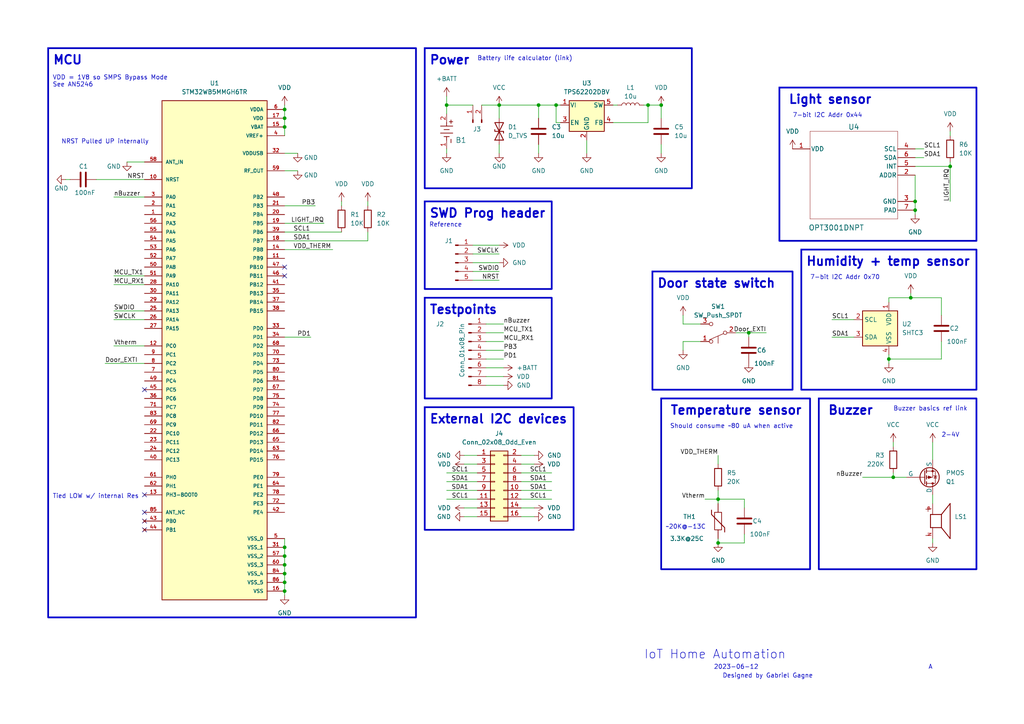
<source format=kicad_sch>
(kicad_sch (version 20230121) (generator eeschema)
  (paper "A4")
  (lib_symbols
    (symbol "AI-1223-TWT-3V-2-R:AI-1223-TWT-3V-2-R" (pin_names (offset 1.016))
      (property "Reference" "LS" (at -1.27 6.35 0))
      (property "Value" "AI-1223-TWT-3V-2-R" (at -1.27 -8.255 0))
      (symbol "AI-1223-TWT-3V-2-R_0_0"
        (text "+" (at -5.08 2.54 0) (effects (font (size 1.778 1.778)) (justify left bottom)))
        (text "-" (at -5.08 -5.08 0) (effects (font (size 1.778 1.778)) (justify left bottom)))
        (pin passive line (at -2.54 -5.08 90) (length 2.54) (name "~") (number "N"))
        (pin passive line (at -2.54 5.08 270) (length 2.54) (name "~") (number "P"))
      )
    )
    (symbol "BU2032SM-JJ-GTR:BU2032SM-JJ-GTR" (pin_names (offset 0.254))
      (property "Reference" "B" (at 4.826 3.81 0))
      (property "Value" "BU2032SM-JJ-GTR" (at 4.826 -3.81 0))
      (symbol "BU2032SM-JJ-GTR_0_1"
        (pin unspecified line (at 10.16 0 180) (length 2.54) (name "") (number "1"))
        (pin unspecified line (at 0 0 0) (length 2.54) (name "") (number "2"))
      )
    )
    (symbol "Connector:Conn_01x02_Pin" (pin_names (offset 1.016) hide)
      (property "Reference" "J" (at 0 2.54 0))
      (property "Value" "Conn_01x02_Pin" (at 0 -5.08 0))
      (symbol "Conn_01x02_Pin_1_1"
        (pin passive line (at 5.08 0 180) (length 3.81) (name "Pin_1") (number "1"))
        (pin passive line (at 5.08 -2.54 180) (length 3.81) (name "Pin_2") (number "2"))
      )
    )
    (symbol "Connector:Conn_01x05_Pin" (pin_names (offset 1.016) hide)
      (property "Reference" "J" (at 0 7.62 0))
      (property "Value" "Conn_01x05_Pin" (at 0 -7.62 0))
      (symbol "Conn_01x05_Pin_1_1"
        (pin passive line (at 5.08 5.08 180) (length 3.81) (name "Pin_1") (number "1"))
        (pin passive line (at 5.08 2.54 180) (length 3.81) (name "Pin_2") (number "2"))
        (pin passive line (at 5.08 0 180) (length 3.81) (name "Pin_3") (number "3"))
        (pin passive line (at 5.08 -2.54 180) (length 3.81) (name "Pin_4") (number "4"))
        (pin passive line (at 5.08 -5.08 180) (length 3.81) (name "Pin_5") (number "5"))
      )
    )
    (symbol "Connector:Conn_01x08_Pin" (pin_names (offset 1.016) hide)
      (property "Reference" "J" (at 0 10.16 0))
      (property "Value" "Conn_01x08_Pin" (at 0 -12.7 0))
      (symbol "Conn_01x08_Pin_1_1"
        (pin passive line (at 5.08 7.62 180) (length 3.81) (name "Pin_1") (number "1"))
        (pin passive line (at 5.08 5.08 180) (length 3.81) (name "Pin_2") (number "2"))
        (pin passive line (at 5.08 2.54 180) (length 3.81) (name "Pin_3") (number "3"))
        (pin passive line (at 5.08 0 180) (length 3.81) (name "Pin_4") (number "4"))
        (pin passive line (at 5.08 -2.54 180) (length 3.81) (name "Pin_5") (number "5"))
        (pin passive line (at 5.08 -5.08 180) (length 3.81) (name "Pin_6") (number "6"))
        (pin passive line (at 5.08 -7.62 180) (length 3.81) (name "Pin_7") (number "7"))
        (pin passive line (at 5.08 -10.16 180) (length 3.81) (name "Pin_8") (number "8"))
      )
    )
    (symbol "Connector_Generic:Conn_02x08_Odd_Even" (pin_names (offset 1.016) hide)
      (property "Reference" "J" (at 1.27 10.16 0))
      (property "Value" "Conn_02x08_Odd_Even" (at 1.27 -12.7 0))
      (symbol "Conn_02x08_Odd_Even_1_1"
        (pin passive line (at -5.08 7.62 0) (length 3.81) (name "Pin_1") (number "1"))
        (pin passive line (at 7.62 -2.54 180) (length 3.81) (name "Pin_10") (number "10"))
        (pin passive line (at -5.08 -5.08 0) (length 3.81) (name "Pin_11") (number "11"))
        (pin passive line (at 7.62 -5.08 180) (length 3.81) (name "Pin_12") (number "12"))
        (pin passive line (at -5.08 -7.62 0) (length 3.81) (name "Pin_13") (number "13"))
        (pin passive line (at 7.62 -7.62 180) (length 3.81) (name "Pin_14") (number "14"))
        (pin passive line (at -5.08 -10.16 0) (length 3.81) (name "Pin_15") (number "15"))
        (pin passive line (at 7.62 -10.16 180) (length 3.81) (name "Pin_16") (number "16"))
        (pin passive line (at 7.62 7.62 180) (length 3.81) (name "Pin_2") (number "2"))
        (pin passive line (at -5.08 5.08 0) (length 3.81) (name "Pin_3") (number "3"))
        (pin passive line (at 7.62 5.08 180) (length 3.81) (name "Pin_4") (number "4"))
        (pin passive line (at -5.08 2.54 0) (length 3.81) (name "Pin_5") (number "5"))
        (pin passive line (at 7.62 2.54 180) (length 3.81) (name "Pin_6") (number "6"))
        (pin passive line (at -5.08 0 0) (length 3.81) (name "Pin_7") (number "7"))
        (pin passive line (at 7.62 0 180) (length 3.81) (name "Pin_8") (number "8"))
        (pin passive line (at -5.08 -2.54 0) (length 3.81) (name "Pin_9") (number "9"))
      )
    )
    (symbol "Device:C" (pin_numbers hide) (pin_names (offset 0.254))
      (property "Reference" "C" (at 0.635 2.54 0))
      (property "Value" "C" (at 0.635 -2.54 0))
      (symbol "C_1_1"
        (pin passive line (at 0 3.81 270) (length 2.794) (name "~") (number "1"))
        (pin passive line (at 0 -3.81 90) (length 2.794) (name "~") (number "2"))
      )
    )
    (symbol "Device:D_TVS" (pin_numbers hide) (pin_names (offset 1.016) hide)
      (property "Reference" "D" (at 0 2.54 0))
      (property "Value" "D_TVS" (at 0 -2.54 0))
      (symbol "D_TVS_1_1"
        (pin passive line (at -3.81 0 0) (length 2.54) (name "A1") (number "1"))
        (pin passive line (at 3.81 0 180) (length 2.54) (name "A2") (number "2"))
      )
    )
    (symbol "Device:L" (pin_numbers hide) (pin_names (offset 1.016) hide)
      (property "Reference" "L" (at -1.27 0 90))
      (property "Value" "L" (at 1.905 0 90))
      (symbol "L_1_1"
        (pin passive line (at 0 3.81 270) (length 1.27) (name "1") (number "1"))
        (pin passive line (at 0 -3.81 90) (length 1.27) (name "2") (number "2"))
      )
    )
    (symbol "Device:R" (pin_numbers hide) (pin_names (offset 0))
      (property "Reference" "R" (at 2.032 0 90))
      (property "Value" "R" (at 0 0 90))
      (symbol "R_1_1"
        (pin passive line (at 0 3.81 270) (length 1.27) (name "~") (number "1"))
        (pin passive line (at 0 -3.81 90) (length 1.27) (name "~") (number "2"))
      )
    )
    (symbol "Device:Thermistor" (pin_numbers hide) (pin_names (offset 0))
      (property "Reference" "TH" (at 2.54 1.27 90))
      (property "Value" "Thermistor" (at -2.54 0 90))
      (symbol "Thermistor_1_1"
        (pin passive line (at 0 5.08 270) (length 2.54) (name "~") (number "1"))
        (pin passive line (at 0 -5.08 90) (length 2.54) (name "~") (number "2"))
      )
    )
    (symbol "OPT3001:OPT3001DNPT" (pin_names (offset 0.254))
      (property "Reference" "U" (at 0 2.54 0))
      (property "Value" "OPT3001DNPT" (at 0 0 0))
      (symbol "OPT3001DNPT_0_1"
        (pin power_in line (at -17.78 7.62 0) (length 5.08) (name "VDD") (number "1"))
        (pin input line (at 17.78 0 180) (length 5.08) (name "ADDR") (number "2"))
        (pin power_in line (at 17.78 -7.62 180) (length 5.08) (name "GND") (number "3"))
        (pin input line (at 17.78 7.62 180) (length 5.08) (name "SCL") (number "4"))
        (pin output line (at 17.78 2.54 180) (length 5.08) (name "INT") (number "5"))
        (pin input line (at 17.78 5.08 180) (length 5.08) (name "SDA") (number "6"))
        (pin unspecified line (at 17.78 -10.16 180) (length 5.08) (name "PAD") (number "7"))
      )
    )
    (symbol "Regulator_Switching:TPS62202DBV" (pin_names (offset 0.254))
      (property "Reference" "U" (at -5.08 7.62 0))
      (property "Value" "TPS62202DBV" (at 0 7.62 0))
      (symbol "TPS62202DBV_1_1"
        (pin power_in line (at -7.62 5.08 0) (length 2.54) (name "VI") (number "1"))
        (pin power_in line (at 0 -5.08 90) (length 2.54) (name "GND") (number "2"))
        (pin input line (at -7.62 0 0) (length 2.54) (name "EN") (number "3"))
        (pin input line (at 7.62 0 180) (length 2.54) (name "FB") (number "4"))
        (pin output line (at 7.62 5.08 180) (length 2.54) (name "SW") (number "5"))
      )
    )
    (symbol "STM32WB5MMGH6TR:STM32WB5MMGH6TR" (pin_names (offset 1.016))
      (property "Reference" "U" (at -15.24 71.628 0))
      (property "Value" "STM32WB5MMGH6TR" (at -15.24 -76.2 0))
      (symbol "STM32WB5MMGH6TR_0_0"
        (pin bidirectional line (at -20.32 38.1 0) (length 5.08) (name "PA2") (number "1"))
        (pin input line (at -20.32 48.26 0) (length 5.08) (name "NRST") (number "10"))
        (pin bidirectional line (at 20.32 25.4 180) (length 5.08) (name "PB9") (number "11"))
        (pin bidirectional line (at -20.32 0 0) (length 5.08) (name "PC0") (number "12"))
        (pin bidirectional line (at -20.32 -43.18 0) (length 5.08) (name "PH3-BOOT0") (number "13"))
        (pin bidirectional line (at 20.32 27.94 180) (length 5.08) (name "PB8") (number "14"))
        (pin power_in line (at 20.32 63.5 180) (length 5.08) (name "VBAT") (number "15"))
        (pin power_in line (at 20.32 -71.12 180) (length 5.08) (name "VSS") (number "16"))
        (pin power_in line (at 20.32 66.04 180) (length 5.08) (name "VDD") (number "17"))
        (pin bidirectional line (at 20.32 30.48 180) (length 5.08) (name "PB7") (number "18"))
        (pin bidirectional line (at 20.32 35.56 180) (length 5.08) (name "PB5") (number "19"))
        (pin bidirectional line (at -20.32 40.64 0) (length 5.08) (name "PA1") (number "2"))
        (pin bidirectional line (at 20.32 38.1 180) (length 5.08) (name "PB4") (number "20"))
        (pin bidirectional line (at 20.32 40.64 180) (length 5.08) (name "PB3") (number "21"))
        (pin bidirectional line (at -20.32 -25.4 0) (length 5.08) (name "PC10") (number "22"))
        (pin bidirectional line (at -20.32 -27.94 0) (length 5.08) (name "PC11") (number "23"))
        (pin bidirectional line (at -20.32 -30.48 0) (length 5.08) (name "PC12") (number "24"))
        (pin bidirectional line (at -20.32 10.16 0) (length 5.08) (name "PA13") (number "25"))
        (pin bidirectional line (at -20.32 7.62 0) (length 5.08) (name "PA14") (number "26"))
        (pin bidirectional line (at -20.32 5.08 0) (length 5.08) (name "PA15") (number "27"))
        (pin bidirectional line (at -20.32 17.78 0) (length 5.08) (name "PA10") (number "28"))
        (pin bidirectional line (at -20.32 12.7 0) (length 5.08) (name "PA12") (number "29"))
        (pin bidirectional line (at -20.32 43.18 0) (length 5.08) (name "PA0") (number "3"))
        (pin bidirectional line (at -20.32 15.24 0) (length 5.08) (name "PA11") (number "30"))
        (pin power_in line (at 20.32 -58.42 180) (length 5.08) (name "VSS_1") (number "31"))
        (pin power_in line (at 20.32 55.88 180) (length 5.08) (name "VDDUSB") (number "32"))
        (pin bidirectional line (at 20.32 5.08 180) (length 5.08) (name "PD0") (number "33"))
        (pin bidirectional line (at 20.32 2.54 180) (length 5.08) (name "PD1") (number "34"))
        (pin bidirectional line (at 20.32 15.24 180) (length 5.08) (name "PB13") (number "35"))
        (pin bidirectional line (at -20.32 -15.24 0) (length 5.08) (name "PC6") (number "36"))
        (pin bidirectional line (at 20.32 12.7 180) (length 5.08) (name "PB14") (number "37"))
        (pin bidirectional line (at 20.32 10.16 180) (length 5.08) (name "PB15") (number "38"))
        (pin bidirectional line (at 20.32 33.02 180) (length 5.08) (name "PB6") (number "39"))
        (pin power_in line (at 20.32 60.96 180) (length 5.08) (name "VREF+") (number "4"))
        (pin bidirectional line (at -20.32 -33.02 0) (length 5.08) (name "PC13") (number "40"))
        (pin bidirectional line (at 20.32 17.78 180) (length 5.08) (name "PB12") (number "41"))
        (pin bidirectional line (at 20.32 -48.26 180) (length 5.08) (name "PE4") (number "42"))
        (pin no_connect line (at -20.32 -50.8 0) (length 5.08) (name "PB0") (number "43"))
        (pin no_connect line (at -20.32 -53.34 0) (length 5.08) (name "PB1") (number "44"))
        (pin bidirectional line (at -20.32 -12.7 0) (length 5.08) (name "PC5") (number "45"))
        (pin bidirectional line (at 20.32 20.32 180) (length 5.08) (name "PB11") (number "46"))
        (pin bidirectional line (at 20.32 22.86 180) (length 5.08) (name "PB10") (number "47"))
        (pin bidirectional line (at 20.32 43.18 180) (length 5.08) (name "PB2") (number "48"))
        (pin bidirectional line (at -20.32 -10.16 0) (length 5.08) (name "PC4") (number "49"))
        (pin power_in line (at 20.32 -55.88 180) (length 5.08) (name "VSS_0") (number "5"))
        (pin bidirectional line (at -20.32 22.86 0) (length 5.08) (name "PA8") (number "50"))
        (pin bidirectional line (at -20.32 20.32 0) (length 5.08) (name "PA9") (number "51"))
        (pin bidirectional line (at -20.32 25.4 0) (length 5.08) (name "PA7") (number "52"))
        (pin bidirectional line (at -20.32 27.94 0) (length 5.08) (name "PA6") (number "53"))
        (pin bidirectional line (at -20.32 30.48 0) (length 5.08) (name "PA5") (number "54"))
        (pin bidirectional line (at -20.32 33.02 0) (length 5.08) (name "PA4") (number "55"))
        (pin bidirectional line (at -20.32 35.56 0) (length 5.08) (name "PA3") (number "56"))
        (pin power_in line (at 20.32 -60.96 180) (length 5.08) (name "VSS_2") (number "57"))
        (pin input line (at -20.32 53.34 0) (length 5.08) (name "ANT_IN") (number "58"))
        (pin output line (at 20.32 50.8 180) (length 5.08) (name "RF_OUT") (number "59"))
        (pin power_in line (at 20.32 68.58 180) (length 5.08) (name "VDDA") (number "6"))
        (pin power_in line (at 20.32 -63.5 180) (length 5.08) (name "VSS_3") (number "60"))
        (pin bidirectional line (at -20.32 -38.1 0) (length 5.08) (name "PH0") (number "61"))
        (pin bidirectional line (at -20.32 -40.64 0) (length 5.08) (name "PH1") (number "62"))
        (pin bidirectional line (at 20.32 -30.48 180) (length 5.08) (name "PD14") (number "63"))
        (pin bidirectional line (at 20.32 -40.64 180) (length 5.08) (name "PE1") (number "64"))
        (pin bidirectional line (at 20.32 -27.94 180) (length 5.08) (name "PD13") (number "65"))
        (pin bidirectional line (at 20.32 -25.4 180) (length 5.08) (name "PD12") (number "66"))
        (pin bidirectional line (at 20.32 -12.7 180) (length 5.08) (name "PD7") (number "67"))
        (pin bidirectional line (at 20.32 0 180) (length 5.08) (name "PD2") (number "68"))
        (pin bidirectional line (at -20.32 -22.86 0) (length 5.08) (name "PC9") (number "69"))
        (pin bidirectional line (at -20.32 -7.62 0) (length 5.08) (name "PC3") (number "7"))
        (pin bidirectional line (at 20.32 -2.54 180) (length 5.08) (name "PD3") (number "70"))
        (pin bidirectional line (at -20.32 -17.78 0) (length 5.08) (name "PC7") (number "71"))
        (pin bidirectional line (at 20.32 -45.72 180) (length 5.08) (name "PE3") (number "72"))
        (pin bidirectional line (at 20.32 -5.08 180) (length 5.08) (name "PD4") (number "73"))
        (pin bidirectional line (at 20.32 -17.78 180) (length 5.08) (name "PD9") (number "74"))
        (pin bidirectional line (at 20.32 -15.24 180) (length 5.08) (name "PD8") (number "75"))
        (pin bidirectional line (at 20.32 -33.02 180) (length 5.08) (name "PD15") (number "76"))
        (pin bidirectional line (at 20.32 -20.32 180) (length 5.08) (name "PD10") (number "77"))
        (pin bidirectional line (at 20.32 -43.18 180) (length 5.08) (name "PE2") (number "78"))
        (pin bidirectional line (at 20.32 -38.1 180) (length 5.08) (name "PE0") (number "79"))
        (pin bidirectional line (at -20.32 -5.08 0) (length 5.08) (name "PC2") (number "8"))
        (pin bidirectional line (at 20.32 -7.62 180) (length 5.08) (name "PD5") (number "80"))
        (pin bidirectional line (at 20.32 -10.16 180) (length 5.08) (name "PD6") (number "81"))
        (pin bidirectional line (at 20.32 -22.86 180) (length 5.08) (name "PD11") (number "82"))
        (pin bidirectional line (at -20.32 -20.32 0) (length 5.08) (name "PC8") (number "83"))
        (pin power_in line (at 20.32 -66.04 180) (length 5.08) (name "VSS_4") (number "84"))
        (pin passive line (at -20.32 -48.26 0) (length 5.08) (name "ANT_NC") (number "85"))
        (pin power_in line (at 20.32 -68.58 180) (length 5.08) (name "VSS_5") (number "86"))
        (pin bidirectional line (at -20.32 -2.54 0) (length 5.08) (name "PC1") (number "9"))
      )
    )
    (symbol "Sensor_Humidity:SHTC3"
      (property "Reference" "U" (at -3.81 6.35 0))
      (property "Value" "SHTC3" (at -2.54 -6.35 0))
      (symbol "SHTC3_1_1"
        (pin power_in line (at 2.54 7.62 270) (length 2.54) (name "VDD") (number "1"))
        (pin input line (at -7.62 2.54 0) (length 2.54) (name "SCL") (number "2"))
        (pin bidirectional line (at -7.62 -2.54 0) (length 2.54) (name "SDA") (number "3"))
        (pin power_in line (at 2.54 -7.62 90) (length 2.54) (name "VSS") (number "4"))
        (pin no_connect line (at 5.08 0 180) (length 2.54) hide (name "NC") (number "5"))
      )
    )
    (symbol "Simulation_SPICE:PMOS" (pin_numbers hide) (pin_names (offset 0))
      (property "Reference" "Q" (at 5.08 1.27 0))
      (property "Value" "PMOS" (at 5.08 -1.27 0))
      (symbol "PMOS_1_1"
        (pin passive line (at 2.54 5.08 270) (length 2.54) (name "D") (number "1"))
        (pin input line (at -5.08 0 0) (length 2.54) (name "G") (number "2"))
        (pin passive line (at 2.54 -5.08 90) (length 2.54) (name "S") (number "3"))
      )
    )
    (symbol "Switch:SW_Push_SPDT" (pin_names (offset 0) hide)
      (property "Reference" "SW" (at 0 4.318 0))
      (property "Value" "SW_Push_SPDT" (at 0 -5.08 0))
      (symbol "SW_Push_SPDT_1_1"
        (pin passive line (at 5.08 2.54 180) (length 2.54) (name "A") (number "1"))
        (pin passive line (at -5.08 0 0) (length 2.54) (name "B") (number "2"))
        (pin passive line (at 5.08 -2.54 180) (length 2.54) (name "C") (number "3"))
      )
    )
    (symbol "power:+BATT" (power) (pin_names (offset 0))
      (property "Value" "+BATT" (at 0 3.556 0))
      (symbol "+BATT_1_1"
        (pin power_in line (at 0 0 90) (length 0) hide (name "+BATT") (number "1"))
      )
    )
    (symbol "power:GND" (power) (pin_names (offset 0))
      (property "Value" "GND" (at 0 -3.81 0))
      (symbol "GND_1_1"
        (pin power_in line (at 0 0 270) (length 0) hide (name "GND") (number "1"))
      )
    )
    (symbol "power:VCC" (power) (pin_names (offset 0))
      (property "Value" "VCC" (at 0 3.81 0))
      (symbol "VCC_1_1"
        (pin power_in line (at 0 0 90) (length 0) hide (name "VCC") (number "1"))
      )
    )
    (symbol "power:VDD" (power) (pin_names (offset 0))
      (property "Value" "VDD" (at 0 3.81 0))
      (symbol "VDD_1_1"
        (pin power_in line (at 0 0 90) (length 0) hide (name "VDD") (number "1"))
      )
    )
  )
  (junction (at 144.78 30.48))
  (junction (at 161.29 30.48))
  (junction (at 265.43 58.42))
  (junction (at 82.55 31.75))
  (junction (at 259.08 138.43))
  (junction (at 82.55 36.83))
  (junction (at 217.17 96.52))
  (junction (at 191.77 30.48))
  (junction (at 82.55 171.45))
  (junction (at 264.16 86.36))
  (junction (at 208.28 144.78))
  (junction (at 156.21 30.48))
  (junction (at 82.55 166.37))
  (junction (at 82.55 34.29))
  (junction (at 257.81 104.14))
  (junction (at 82.55 158.75))
  (junction (at 82.55 168.91))
  (junction (at 208.28 157.48))
  (junction (at 82.55 163.83))
  (junction (at 187.96 30.48))
  (junction (at 82.55 161.29))
  (junction (at 275.59 48.26))
  (junction (at 265.43 60.96))
  (junction (at 129.54 30.48))
  (no_connect (at 41.91 148.59))
  (no_connect (at 41.91 113.03))
  (no_connect (at 41.91 151.13))
  (no_connect (at 82.55 77.47))
  (no_connect (at 82.55 80.01))
  (no_connect (at 41.91 153.67))
  (no_connect (at 41.91 143.51))
  (wire (pts (xy 208.28 142.24) (xy 208.28 144.78)))
  (wire (pts (xy 138.43 139.7) (xy 129.54 139.7)))
  (wire (pts (xy 241.3 92.71) (xy 247.65 92.71)))
  (wire (pts (xy 82.55 168.91) (xy 82.55 171.45)))
  (wire (pts (xy 33.02 82.55) (xy 41.91 82.55)))
  (wire (pts (xy 140.97 101.6) (xy 146.05 101.6)))
  (wire (pts (xy 82.55 163.83) (xy 82.55 166.37)))
  (wire (pts (xy 151.13 142.24) (xy 160.02 142.24)))
  (wire (pts (xy 257.81 104.14) (xy 257.81 102.87)))
  (wire (pts (xy 129.54 30.48) (xy 137.16 30.48)))
  (wire (pts (xy 106.68 69.85) (xy 82.55 69.85)))
  (wire (pts (xy 137.16 78.74) (xy 144.78 78.74)))
  (wire (pts (xy 36.83 46.99) (xy 41.91 46.99)))
  (wire (pts (xy 129.54 43.18) (xy 129.54 44.45)))
  (wire (pts (xy 129.54 27.94) (xy 129.54 30.48)))
  (wire (pts (xy 177.8 30.48) (xy 179.07 30.48)))
  (wire (pts (xy 191.77 34.29) (xy 191.77 30.48)))
  (wire (pts (xy 82.55 49.53) (xy 86.36 49.53)))
  (wire (pts (xy 138.43 142.24) (xy 129.54 142.24)))
  (wire (pts (xy 215.9 147.32) (xy 215.9 144.78)))
  (wire (pts (xy 204.47 144.78) (xy 208.28 144.78)))
  (wire (pts (xy 33.02 80.01) (xy 41.91 80.01)))
  (wire (pts (xy 30.48 105.41) (xy 41.91 105.41)))
  (wire (pts (xy 82.55 59.69) (xy 91.44 59.69)))
  (wire (pts (xy 138.43 147.32) (xy 134.62 147.32)))
  (wire (pts (xy 275.59 48.26) (xy 275.59 58.42)))
  (wire (pts (xy 144.78 30.48) (xy 144.78 34.29)))
  (wire (pts (xy 217.17 96.52) (xy 217.17 97.79)))
  (wire (pts (xy 151.13 139.7) (xy 160.02 139.7)))
  (wire (pts (xy 138.43 144.78) (xy 129.54 144.78)))
  (wire (pts (xy 140.97 104.14) (xy 146.05 104.14)))
  (wire (pts (xy 33.02 92.71) (xy 41.91 92.71)))
  (wire (pts (xy 138.43 137.16) (xy 129.54 137.16)))
  (wire (pts (xy 156.21 30.48) (xy 161.29 30.48)))
  (wire (pts (xy 259.08 128.27) (xy 259.08 129.54)))
  (wire (pts (xy 99.06 58.42) (xy 99.06 59.69)))
  (wire (pts (xy 198.12 99.06) (xy 203.2 99.06)))
  (wire (pts (xy 146.05 99.06) (xy 140.97 99.06)))
  (wire (pts (xy 82.55 72.39) (xy 96.52 72.39)))
  (wire (pts (xy 191.77 41.91) (xy 191.77 44.45)))
  (wire (pts (xy 151.13 134.62) (xy 154.94 134.62)))
  (wire (pts (xy 82.55 97.79) (xy 90.17 97.79)))
  (wire (pts (xy 144.78 44.45) (xy 144.78 41.91)))
  (wire (pts (xy 162.56 35.56) (xy 161.29 35.56)))
  (wire (pts (xy 270.51 156.21) (xy 270.51 157.48)))
  (wire (pts (xy 82.55 30.48) (xy 82.55 31.75)))
  (wire (pts (xy 138.43 132.08) (xy 134.62 132.08)))
  (wire (pts (xy 161.29 35.56) (xy 161.29 30.48)))
  (wire (pts (xy 19.05 52.07) (xy 20.32 52.07)))
  (wire (pts (xy 144.78 30.48) (xy 156.21 30.48)))
  (wire (pts (xy 140.97 109.22) (xy 146.05 109.22)))
  (wire (pts (xy 106.68 58.42) (xy 106.68 59.69)))
  (wire (pts (xy 82.55 158.75) (xy 82.55 161.29)))
  (wire (pts (xy 151.13 147.32) (xy 154.94 147.32)))
  (wire (pts (xy 275.59 46.99) (xy 275.59 48.26)))
  (wire (pts (xy 203.2 93.98) (xy 198.12 93.98)))
  (wire (pts (xy 139.7 30.48) (xy 144.78 30.48)))
  (wire (pts (xy 275.59 38.1) (xy 275.59 39.37)))
  (wire (pts (xy 265.43 60.96) (xy 265.43 62.23)))
  (wire (pts (xy 215.9 157.48) (xy 215.9 154.94)))
  (wire (pts (xy 208.28 144.78) (xy 208.28 146.05)))
  (wire (pts (xy 264.16 86.36) (xy 257.81 86.36)))
  (wire (pts (xy 208.28 157.48) (xy 208.28 156.21)))
  (wire (pts (xy 265.43 58.42) (xy 265.43 60.96)))
  (wire (pts (xy 156.21 30.48) (xy 156.21 34.29)))
  (wire (pts (xy 82.55 161.29) (xy 82.55 163.83)))
  (wire (pts (xy 151.13 132.08) (xy 154.94 132.08)))
  (wire (pts (xy 82.55 64.77) (xy 93.98 64.77)))
  (wire (pts (xy 264.16 85.09) (xy 264.16 86.36)))
  (wire (pts (xy 257.81 104.14) (xy 273.05 104.14)))
  (wire (pts (xy 177.8 35.56) (xy 187.96 35.56)))
  (wire (pts (xy 82.55 171.45) (xy 82.55 172.72)))
  (wire (pts (xy 187.96 30.48) (xy 186.69 30.48)))
  (wire (pts (xy 161.29 30.48) (xy 162.56 30.48)))
  (wire (pts (xy 265.43 43.18) (xy 267.97 43.18)))
  (wire (pts (xy 151.13 137.16) (xy 160.02 137.16)))
  (wire (pts (xy 187.96 35.56) (xy 187.96 30.48)))
  (wire (pts (xy 151.13 144.78) (xy 160.02 144.78)))
  (wire (pts (xy 259.08 138.43) (xy 262.89 138.43)))
  (wire (pts (xy 140.97 93.98) (xy 146.05 93.98)))
  (wire (pts (xy 198.12 93.98) (xy 198.12 91.44)))
  (wire (pts (xy 138.43 149.86) (xy 134.62 149.86)))
  (wire (pts (xy 273.05 99.06) (xy 273.05 104.14)))
  (wire (pts (xy 264.16 86.36) (xy 273.05 86.36)))
  (wire (pts (xy 257.81 105.41) (xy 257.81 104.14)))
  (wire (pts (xy 82.55 156.21) (xy 82.55 158.75)))
  (wire (pts (xy 265.43 48.26) (xy 275.59 48.26)))
  (wire (pts (xy 170.18 44.45) (xy 170.18 40.64)))
  (wire (pts (xy 241.3 97.79) (xy 247.65 97.79)))
  (wire (pts (xy 259.08 137.16) (xy 259.08 138.43)))
  (wire (pts (xy 33.02 57.15) (xy 41.91 57.15)))
  (wire (pts (xy 137.16 73.66) (xy 144.78 73.66)))
  (wire (pts (xy 129.54 30.48) (xy 129.54 33.02)))
  (wire (pts (xy 137.16 76.2) (xy 144.78 76.2)))
  (wire (pts (xy 82.55 31.75) (xy 82.55 34.29)))
  (wire (pts (xy 265.43 45.72) (xy 267.97 45.72)))
  (wire (pts (xy 208.28 132.08) (xy 208.28 134.62)))
  (wire (pts (xy 82.55 34.29) (xy 82.55 36.83)))
  (wire (pts (xy 27.94 52.07) (xy 41.91 52.07)))
  (wire (pts (xy 140.97 96.52) (xy 146.05 96.52)))
  (wire (pts (xy 273.05 91.44) (xy 273.05 86.36)))
  (wire (pts (xy 137.16 81.28) (xy 144.78 81.28)))
  (wire (pts (xy 82.55 44.45) (xy 86.36 44.45)))
  (wire (pts (xy 187.96 30.48) (xy 191.77 30.48)))
  (wire (pts (xy 106.68 67.31) (xy 106.68 69.85)))
  (wire (pts (xy 41.91 100.33) (xy 33.02 100.33)))
  (wire (pts (xy 156.21 44.45) (xy 156.21 41.91)))
  (wire (pts (xy 82.55 67.31) (xy 99.06 67.31)))
  (wire (pts (xy 215.9 144.78) (xy 208.28 144.78)))
  (wire (pts (xy 138.43 134.62) (xy 134.62 134.62)))
  (wire (pts (xy 33.02 90.17) (xy 41.91 90.17)))
  (wire (pts (xy 140.97 106.68) (xy 146.05 106.68)))
  (wire (pts (xy 82.55 166.37) (xy 82.55 168.91)))
  (wire (pts (xy 151.13 149.86) (xy 154.94 149.86)))
  (wire (pts (xy 208.28 157.48) (xy 215.9 157.48)))
  (wire (pts (xy 270.51 143.51) (xy 270.51 146.05)))
  (wire (pts (xy 250.19 138.43) (xy 259.08 138.43)))
  (wire (pts (xy 82.55 36.83) (xy 82.55 39.37)))
  (wire (pts (xy 217.17 96.52) (xy 222.25 96.52)))
  (wire (pts (xy 137.16 71.12) (xy 144.78 71.12)))
  (wire (pts (xy 213.36 96.52) (xy 217.17 96.52)))
  (wire (pts (xy 257.81 86.36) (xy 257.81 87.63)))
  (wire (pts (xy 270.51 128.27) (xy 270.51 133.35)))
  (wire (pts (xy 198.12 101.6) (xy 198.12 99.06)))
  (wire (pts (xy 265.43 50.8) (xy 265.43 58.42)))
  (wire (pts (xy 140.97 111.76) (xy 146.05 111.76)))
  (rectangle (start 226.06 25.4) (end 283.21 69.85) (stroke (width 0.5)))
  (rectangle (start 13.97 13.97) (end 120.65 179.07) (stroke (width 0.5)))
  (rectangle (start 123.19 13.97) (end 200.66 54.61) (stroke (width 0.5)))
  (rectangle (start 237.49 115.57) (end 283.21 165.1) (stroke (width 0.5)))
  (rectangle (start 232.41 72.39) (end 283.21 113.03) (stroke (width 0.5)))
  (rectangle (start 123.19 58.42) (end 160.02 83.82) (stroke (width 0.5)))
  (rectangle (start 123.19 86.36) (end 160.02 115.57) (stroke (width 0.5)))
  (rectangle (start 123.19 118.11) (end 166.37 153.67) (stroke (width 0.5)))
  (rectangle (start 191.77 115.57) (end 234.95 165.1) (stroke (width 0.5)))
  (rectangle (start 189.23 78.74) (end 229.87 113.03) (stroke (width 0.5)))
  (text "Reference" (at 124.46 66.04 0) (effects (font (size 1.27 1.27)) (justify left bottom)))
  (text "Temperature sensor" (at 194.31 120.65 0) (effects (font (size 2.54 2.54) (thickness 0.508) bold) (justify left bottom)))
  (text "Tied LOW w/ internal Res" (at 15.24 144.78 0) (effects (font (size 1.27 1.27)) (justify left bottom)))
  (text "IoT Home Automation" (at 186.7825 191.4186 0) (effects (font (size 2.54 2.54)) (justify left bottom)))
  (text "Should consume ~80 uA when active" (at 194.31 124.46 0) (effects (font (size 1.27 1.27)) (justify left bottom)))
  (text "Buzzer" (at 240.03 120.65 0) (effects (font (size 2.54 2.54) (thickness 0.508) bold) (justify left bottom)))
  (text "Buzzer basics ref link" (at 259.08 119.38 0) (effects (font (size 1.27 1.27)) (justify left bottom)))
  (text "NRST Pulled UP internally" (at 17.78 41.91 0) (effects (font (size 1.27 1.27)) (justify left bottom)))
  (text "2023-06-12" (at 207.01 194.31 0) (effects (font (size 1.27 1.27)) (justify left bottom)))
  (text "Door state switch" (at 190.5 83.82 0) (effects (font (size 2.54 2.54) (thickness 0.508) bold) (justify left bottom)))
  (text "Battery life calculator (link)" (at 138.43 17.78 0) (effects (font (size 1.27 1.27)) (justify left bottom)))
  (text "SWD Prog header" (at 124.46 63.5 0) (effects (font (size 2.54 2.54) (thickness 0.508) bold) (justify left bottom)))
  (text "A" (at 269.24 194.31 0) (effects (font (size 1.27 1.27)) (justify left bottom)))
  (text "VDD = 1V8 so SMPS Bypass Mode\nSee AN5246" (at 15.24 25.4 0) (effects (font (size 1.27 1.27)) (justify left bottom)))
  (text "External I2C devices" (at 124.46 123.19 0) (effects (font (size 2.54 2.54) (thickness 0.508) bold) (justify left bottom)))
  (text "7-bit I2C Addr 0x44" (at 229.87 34.29 0) (effects (font (size 1.27 1.27)) (justify left bottom)))
  (text "Testpoints" (at 124.46 91.44 0) (effects (font (size 2.54 2.54) (thickness 0.508) bold) (justify left bottom)))
  (text "Designed by Gabriel Gagne" (at 209.55 196.85 0) (effects (font (size 1.27 1.27)) (justify left bottom)))
  (text "Humidity + temp sensor" (at 233.68 77.47 0) (effects (font (size 2.54 2.54) (thickness 0.508) bold) (justify left bottom)))
  (text "2-4V" (at 273.05 127 0) (effects (font (size 1.27 1.27)) (justify left bottom)))
  (text "~20K@-13C" (at 193.04 153.67 0) (effects (font (size 1.27 1.27)) (justify left bottom)))
  (text "Power" (at 124.46 19.05 0) (effects (font (size 2.54 2.54) (thickness 0.508) bold) (justify left bottom)))
  (text "MCU" (at 15.24 19.05 0) (effects (font (size 2.54 2.54) (thickness 0.508) bold) (justify left bottom)))
  (text "Light sensor" (at 228.6 30.48 0) (effects (font (size 2.54 2.54) (thickness 0.508) bold) (justify left bottom)))
  (text "7-bit I2C Addr 0x70" (at 234.95 81.28 0) (effects (font (size 1.27 1.27)) (justify left bottom)))
  (label "SCL1" (at 241.3 92.71 0))
  (label "SCL1" (at 135.89 144.78 180))
  (label "VDD_THERM" (at 85.09 72.39 0))
  (label "SDA1" (at 153.67 139.7 0))
  (label "SDA1" (at 153.67 142.24 0))
  (label "nBuzzer" (at 250.19 138.43 180))
  (label "Door_EXTI" (at 30.48 105.41 0))
  (label "Vtherm" (at 33.02 100.33 0))
  (label "SCL1" (at 153.67 144.78 0))
  (label "NRST" (at 41.91 52.07 180))
  (label "nBuzzer" (at 33.02 57.15 0))
  (label "SCL1" (at 85.09 67.31 0))
  (label "VDD_THERM" (at 208.28 132.08 180))
  (label "PD1" (at 146.05 104.14 0))
  (label "MCU_TX1" (at 146.05 96.52 0))
  (label "SWDIO" (at 144.78 78.74 180))
  (label "SWCLK" (at 144.78 73.66 180))
  (label "PB3" (at 91.44 59.69 180))
  (label "LIGHT_IRQ" (at 93.98 64.77 180))
  (label "NRST" (at 144.78 81.28 180))
  (label "SCL1" (at 267.97 43.18 0))
  (label "MCU_RX1" (at 146.05 99.06 0))
  (label "SWCLK" (at 33.02 92.71 0))
  (label "SDA1" (at 135.89 142.24 180))
  (label "LIGHT_IRQ" (at 275.59 58.42 90))
  (label "Door_EXTI" (at 222.25 96.52 180))
  (label "SDA1" (at 85.09 69.85 0))
  (label "MCU_RX1" (at 33.02 82.55 0))
  (label "SCL1" (at 153.67 137.16 0))
  (label "SDA1" (at 267.97 45.72 0))
  (label "MCU_TX1" (at 33.02 80.01 0))
  (label "Vtherm" (at 204.47 144.78 180))
  (label "nBuzzer" (at 146.05 93.98 0))
  (label "SDA1" (at 135.89 139.7 180))
  (label "SCL1" (at 135.89 137.16 180))
  (label "PD1" (at 90.17 97.79 180))
  (label "PB3" (at 146.05 101.6 0))
  (label "SWDIO" (at 33.02 90.17 0))
  (label "SDA1" (at 241.3 97.79 0))
  (symbol (lib_id "power:GND") (at 146.05 111.76 90) (unit 1)
    (property "Reference" "#PWR010" (effects hide))
    (property "Value" "GND" (at 149.86 111.76 90) (effects (justify right)))
  )
  (symbol (lib_id "power:GND") (at 217.17 105.41 0) (unit 1)
    (property "Reference" "#PWR036" (effects hide))
    (property "Value" "GND" (at 217.17 110.49 0))
  )
  (symbol (lib_id "power:VCC") (at 144.78 30.48 0) (unit 1)
    (property "Reference" "#PWR018" (effects hide))
    (property "Value" "VCC" (at 144.78 25.4 0))
  )
  (symbol (lib_id "Connector_Generic:Conn_02x08_Odd_Even") (at 143.51 139.7 0) (unit 1)
    (property "Reference" "J4" (at 144.78 125.73 0))
    (property "Value" "Conn_02x08_Odd_Even" (at 144.78 128.27 0))
    (property "Footprint" "Connector_PinHeader_2.54mm:PinHeader_2x08_P2.54mm_Vertical" (effects hide))
  )
  (symbol (lib_id "Device:C") (at 273.05 95.25 0) (mirror y) (unit 1)
    (property "Reference" "C2" (at 278.13 95.25 0) (effects (justify left)))
    (property "Value" "100nF" (at 280.67 99.06 0) (effects (justify left)))
    (property "Footprint" "Capacitor_SMD:C_0603_1608Metric" (effects hide))
    (property "Link" "https://www.digikey.ca/en/products/detail/samsung-electro-mechanics/CL03A104KQ3NNNC/3886671" (effects hide))
  )
  (symbol (lib_id "Device:C") (at 215.9 151.13 0) (mirror y) (unit 1)
    (property "Reference" "C4" (at 220.98 151.13 0) (effects (justify left)))
    (property "Value" "100nF" (at 223.52 154.94 0) (effects (justify left)))
    (property "Footprint" "Capacitor_SMD:C_0603_1608Metric" (effects hide))
    (property "Link" "https://www.digikey.ca/en/products/detail/samsung-electro-mechanics/CL03A104KQ3NNNC/3886671" (effects hide))
  )
  (symbol (lib_id "power:GND") (at 198.12 101.6 0) (unit 1)
    (property "Reference" "#PWR021" (effects hide))
    (property "Value" "GND" (at 198.12 106.68 0))
  )
  (symbol (lib_id "Switch:SW_Push_SPDT") (at 208.28 96.52 180) (unit 1)
    (property "Reference" "SW1" (at 208.28 88.9 0))
    (property "Value" "SW_Push_SPDT" (at 208.28 91.44 0))
    (property "Footprint" "Connector_PinHeader_2.54mm:PinHeader_1x03_P2.54mm_Vertical" (effects hide))
    (property "Link" "Any microswitch" (effects hide))
  )
  (symbol (lib_id "power:VDD") (at 154.94 134.62 270) (unit 1)
    (property "Reference" "#PWR019" (effects hide))
    (property "Value" "VDD" (at 158.75 134.62 90) (effects (justify left)))
  )
  (symbol (lib_id "Regulator_Switching:TPS62202DBV") (at 170.18 35.56 0) (unit 1)
    (property "Reference" "U3" (at 170.18 24.13 0))
    (property "Value" "TPS62202DBV" (at 170.18 26.67 0))
    (property "Footprint" "Package_TO_SOT_SMD:SOT-23-5" (effects hide))
    (property "Datasheet" "http://www.ti.com/lit/ds/symlink/tps62201.pdf" (effects hide))
    (property "Link" "https://www.digikey.ca/en/products/detail/texas-instruments/TPS62202DBVT/461342" (effects hide))
  )
  (symbol (lib_id "power:VDD") (at 229.87 43.18 0) (unit 1)
    (property "Reference" "#PWR032" (effects hide))
    (property "Value" "VDD" (at 229.87 38.1 0))
  )
  (symbol (lib_id "Device:R") (at 259.08 133.35 0) (mirror y) (unit 1)
    (property "Reference" "R3" (at 256.54 132.08 0) (effects (justify left)))
    (property "Value" "220K" (at 256.54 134.62 0) (effects (justify left)))
    (property "Footprint" "Resistor_SMD:R_0603_1608Metric" (effects hide))
    (property "Link" "https://www.digikey.ca/en/products/detail/yageo/RC0603JR-07220KL/726742" (effects hide))
  )
  (symbol (lib_id "power:VDD") (at 154.94 147.32 270) (unit 1)
    (property "Reference" "#PWR024" (effects hide))
    (property "Value" "VDD" (at 158.75 147.32 90) (effects (justify left)))
  )
  (symbol (lib_id "Device:C") (at 191.77 38.1 0) (unit 1)
    (property "Reference" "C5" (at 195.58 36.83 0) (effects (justify left)))
    (property "Value" "10u" (at 195.58 39.37 0) (effects (justify left)))
    (property "Footprint" "Capacitor_SMD:C_0603_1608Metric" (effects hide))
    (property "Link" "https://www.digikey.ca/en/products/detail/samsung-electro-mechanics/CL10A106MQ8NNNC/3886777" (effects hide))
  )
  (symbol (lib_id "power:VDD") (at 106.68 58.42 0) (unit 1)
    (property "Reference" "#PWR030" (effects hide))
    (property "Value" "VDD" (at 106.68 53.34 0))
  )
  (symbol (lib_id "power:VDD") (at 99.06 58.42 0) (unit 1)
    (property "Reference" "#PWR029" (effects hide))
    (property "Value" "VDD" (at 99.06 53.34 0))
  )
  (symbol (lib_id "OPT3001:OPT3001DNPT") (at 247.65 50.8 0) (unit 1)
    (property "Reference" "U4" (at 247.65 36.83 0) (effects (font (size 1.524 1.524))))
    (property "Value" "OPT3001DNPT" (at 242.57 66.04 0) (effects (font (size 1.524 1.524))))
    (property "Footprint" "Package_SON:WSON-6-1EP_2x2mm_P0.65mm_EP1x1.6mm" (effects hide))
    (property "Datasheet" "OPT3001DNPT" (effects hide))
    (property "Link" "https://www.digikey.ca/en/products/detail/texas-instruments/OPT3001DNPT/5067022" (effects hide))
  )
  (symbol (lib_id "Device:D_TVS") (at 144.78 38.1 90) (unit 1)
    (property "Reference" "D1" (at 147.32 36.83 90) (effects (justify right)))
    (property "Value" "D_TVS" (at 147.32 39.37 90) (effects (justify right)))
    (property "Footprint" "Diode_SMD:D_SOD-323F" (effects hide))
    (property "Datasheet" "https://www.diodes.com/assets/Datasheets/D5V0L1B2WS.pdf" (effects hide))
    (property "Link" "https://www.digikey.ca/en/products/detail/diodes-incorporated/D5V0L1B2WS-7/2918767" (effects hide))
  )
  (symbol (lib_id "power:GND") (at 36.83 46.99 0) (unit 1)
    (property "Reference" "#PWR01" (effects hide))
    (property "Value" "GND" (at 33.02 48.26 0))
  )
  (symbol (lib_id "Connector:Conn_01x05_Pin") (at 132.08 76.2 0) (unit 1)
    (property "Reference" "J1" (at 130.175 69.85 0))
    (property "Value" "Conn_01x05_Pin" (effects hide))
    (property "Footprint" "Connector_PinHeader_2.54mm:PinHeader_1x05_P2.54mm_Vertical" (effects hide))
  )
  (symbol (lib_id "power:VDD") (at 134.62 134.62 90) (unit 1)
    (property "Reference" "#PWR028" (effects hide))
    (property "Value" "VDD" (at 130.81 134.62 90) (effects (justify left)))
  )
  (symbol (lib_id "Device:C") (at 24.13 52.07 270) (mirror x) (unit 1)
    (property "Reference" "C1" (at 22.86 48.26 90) (effects (justify left)))
    (property "Value" "100nF" (at 21.59 55.88 90) (effects (justify left)))
    (property "Footprint" "Capacitor_SMD:C_0603_1608Metric" (effects hide))
    (property "Link" "https://www.digikey.ca/en/products/detail/murata-electronics/GRM033R71A103KA01D/702460" (effects hide))
  )
  (symbol (lib_id "power:GND") (at 86.36 49.53 0) (unit 1)
    (property "Reference" "#PWR03" (effects hide))
    (property "Value" "GND" (at 90.17 50.8 0))
  )
  (symbol (lib_id "Device:C") (at 156.21 38.1 0) (unit 1)
    (property "Reference" "C3" (at 160.02 36.83 0) (effects (justify left)))
    (property "Value" "10u" (at 160.02 39.37 0) (effects (justify left)))
    (property "Footprint" "Capacitor_SMD:C_0603_1608Metric" (effects hide))
    (property "Link" "https://www.digikey.ca/en/products/detail/samsung-electro-mechanics/CL10A106MQ8NNNC/3886777" (effects hide))
  )
  (symbol (lib_id "power:VCC") (at 270.51 128.27 0) (unit 1)
    (property "Reference" "#PWR014" (effects hide))
    (property "Value" "VCC" (at 270.51 123.19 0))
  )
  (symbol (lib_id "power:VDD") (at 264.16 85.09 0) (unit 1)
    (property "Reference" "#PWR033" (effects hide))
    (property "Value" "VDD" (at 264.16 80.01 0))
  )
  (symbol (lib_id "power:VDD") (at 82.55 30.48 0) (unit 1)
    (property "Reference" "#PWR05" (effects hide))
    (property "Value" "VDD" (at 82.55 25.4 0))
  )
  (symbol (lib_id "power:+BATT") (at 129.54 27.94 0) (unit 1)
    (property "Reference" "#PWR016" (effects hide))
    (property "Value" "+BATT" (at 129.54 22.86 0))
  )
  (symbol (lib_id "power:GND") (at 19.05 52.07 270) (unit 1)
    (property "Reference" "#PWR04" (effects hide))
    (property "Value" "GND" (at 17.78 54.61 90))
  )
  (symbol (lib_id "power:VDD") (at 198.12 91.44 0) (unit 1)
    (property "Reference" "#PWR023" (effects hide))
    (property "Value" "VDD" (at 198.12 86.36 0))
  )
  (symbol (lib_id "power:GND") (at 265.43 62.23 0) (unit 1)
    (property "Reference" "#PWR039" (effects hide))
    (property "Value" "GND" (at 265.43 67.31 0))
  )
  (symbol (lib_id "Device:R") (at 275.59 43.18 0) (unit 1)
    (property "Reference" "R6" (at 278.13 41.91 0) (effects (justify left)))
    (property "Value" "10K" (at 278.13 44.45 0) (effects (justify left)))
    (property "Footprint" "Resistor_SMD:R_0603_1608Metric" (effects hide))
    (property "Link" "https://www.digikey.ca/en/products/detail/yageo/RC0603FR-0710KL/726880" (effects hide))
  )
  (symbol (lib_id "BU2032SM-JJ-GTR:BU2032SM-JJ-GTR") (at 129.54 33.02 270) (unit 1)
    (property "Reference" "B1" (at 132.08 40.64 90) (effects (font (size 1.524 1.524)) (justify left)))
    (property "Value" "BU2032SM-JJ-GTR" (effects hide))
    (property "Footprint" "BU2032SM-JJ-GTR:BU2032SM-JJ-GTR_MPD" (effects hide))
    (property "Datasheet" "BU2032SM-JJ-GTR" (effects hide))
    (property "Link" "https://www.digikey.ca/en/products/detail/mpd-memory-protection-devices/BU2032-1-HD-G/755445" (effects hide))
  )
  (symbol (lib_id "power:VDD") (at 134.62 147.32 90) (unit 1)
    (property "Reference" "#PWR026" (effects hide))
    (property "Value" "VDD" (at 130.81 147.32 90) (effects (justify left)))
  )
  (symbol (lib_id "STM32WB5MMGH6TR:STM32WB5MMGH6TR") (at 62.23 100.33 0) (unit 1)
    (property "Reference" "U1" (at 62.23 24.13 0))
    (property "Value" "STM32WB5MMGH6TR" (at 62.23 26.67 0))
    (property "Footprint" "STM32WB5MMGH6TR:XCVR_STM32WB5MMGH6TR" (effects hide))
    (property "Datasheet" "https://www.st.com/resource/en/datasheet/stm32wb5mmg.pdf" (effects hide))
    (property "Link" "https://www.digikey.ca/en/products/detail/stmicroelectronics/STM32WB5MMGH6TR/13592597?s=N4IgTCBcDaIM4BUCyBmMB1AQgViUg4iALoC%2BQA" (effects hide))
    (property "Datasheet MCU" "https://www.st.com/resource/en/datasheet/stm32wb55vg.pdf" (effects hide))
    (property "Ref manual MCU" "https://www.st.com/resource/en/reference_manual/rm0434-multiprotocol-wireless-32bit-mcu-armbased-cortexm4-with-fpu-bluetooth-lowenergy-and-802154-radio-solution-stmicroelectronics.pdf" (effects hide))
  )
  (symbol (lib_id "Device:C") (at 217.17 101.6 0) (mirror y) (unit 1)
    (property "Reference" "C6" (at 222.25 101.6 0) (effects (justify left)))
    (property "Value" "100nF" (at 224.79 105.41 0) (effects (justify left)))
    (property "Footprint" "Capacitor_SMD:C_0603_1608Metric" (effects hide))
    (property "Link" "https://www.digikey.ca/en/products/detail/samsung-electro-mechanics/CL03A104KQ3NNNC/3886671" (effects hide))
  )
  (symbol (lib_id "power:GND") (at 86.36 44.45 0) (unit 1)
    (property "Reference" "#PWR07" (effects hide))
    (property "Value" "GND" (at 90.17 45.72 0))
  )
  (symbol (lib_id "power:VDD") (at 146.05 109.22 270) (unit 1)
    (property "Reference" "#PWR011" (effects hide))
    (property "Value" "VDD" (at 149.86 109.22 90) (effects (justify left)))
  )
  (symbol (lib_id "Connector:Conn_01x08_Pin") (at 135.89 101.6 0) (unit 1)
    (property "Reference" "J2" (at 127.635 93.98 0))
    (property "Value" "Conn_01x08_Pin" (at 133.985 101.6 90))
    (property "Footprint" "Connector_PinHeader_2.54mm:PinHeader_1x08_P2.54mm_Vertical" (effects hide))
  )
  (symbol (lib_id "power:GND") (at 156.21 44.45 0) (unit 1)
    (property "Reference" "#PWR034" (effects hide))
    (property "Value" "GND" (at 156.21 49.53 0))
  )
  (symbol (lib_id "power:GND") (at 257.81 105.41 0) (unit 1)
    (property "Reference" "#PWR031" (effects hide))
    (property "Value" "GND" (at 257.81 110.49 0))
  )
  (symbol (lib_id "power:VDD") (at 275.59 38.1 0) (unit 1)
    (property "Reference" "#PWR017" (effects hide))
    (property "Value" "VDD" (at 275.59 33.02 0))
  )
  (symbol (lib_id "Device:R") (at 208.28 138.43 0) (unit 1)
    (property "Reference" "R5" (at 210.82 137.16 0) (effects (justify left)))
    (property "Value" "20K" (at 210.82 139.7 0) (effects (justify left)))
    (property "Footprint" "Resistor_SMD:R_0603_1608Metric" (effects hide))
    (property "Link" "https://www.digikey.ca/en/products/detail/yageo/RC0603FR-0720KL/727040" (effects hide))
  )
  (symbol (lib_id "Device:L") (at 182.88 30.48 90) (unit 1)
    (property "Reference" "L1" (at 182.88 25.4 90))
    (property "Value" "10u" (at 182.88 27.94 90))
    (property "Footprint" "Inductor_SMD:L_Changjiang_FNR6028S" (effects hide))
    (property "Link" "https://www.digikey.ca/en/products/detail/taiyo-yuden/NRS6045T100MMGK/2665984" (effects hide))
  )
  (symbol (lib_id "Device:Thermistor") (at 208.28 151.13 0) (unit 1)
    (property "Reference" "TH1" (at 198.12 149.86 0) (effects (justify left)))
    (property "Value" "3.3K@25C" (at 194.31 156.21 0) (effects (justify left)))
    (property "Footprint" "Resistor_THT:R_Axial_DIN0204_L3.6mm_D1.6mm_P7.62mm_Horizontal" (effects hide))
    (property "Datasheet" "https://www.vishay.com/docs/29049/ntcle100.pdf" (effects hide))
    (property "Link" "https://www.digikey.ca/en/products/detail/vishay-beyschlag-draloric-bc-components/NTCLE100E3332JB0/769417" (effects hide))
  )
  (symbol (lib_id "power:GND") (at 134.62 149.86 270) (unit 1)
    (property "Reference" "#PWR025" (effects hide))
    (property "Value" "GND" (at 130.81 149.86 90) (effects (justify right)))
  )
  (symbol (lib_id "power:VDD") (at 191.77 30.48 0) (unit 1)
    (property "Reference" "#PWR043" (effects hide))
    (property "Value" "VDD" (at 191.77 25.4 0))
  )
  (symbol (lib_id "power:GND") (at 144.78 44.45 0) (unit 1)
    (property "Reference" "#PWR035" (effects hide))
    (property "Value" "GND" (at 144.78 48.26 0))
  )
  (symbol (lib_id "power:VCC") (at 259.08 128.27 0) (unit 1)
    (property "Reference" "#PWR013" (effects hide))
    (property "Value" "VCC" (at 259.08 123.19 0))
  )
  (symbol (lib_id "power:GND") (at 208.28 157.48 0) (unit 1)
    (property "Reference" "#PWR022" (effects hide))
    (property "Value" "GND" (at 208.28 162.56 0))
  )
  (symbol (lib_id "power:VDD") (at 144.78 71.12 270) (unit 1)
    (property "Reference" "#PWR09" (effects hide))
    (property "Value" "VDD" (at 148.59 71.12 90) (effects (justify left)))
  )
  (symbol (lib_id "AI-1223-TWT-3V-2-R:AI-1223-TWT-3V-2-R") (at 273.05 151.13 0) (unit 1)
    (property "Reference" "LS1" (at 276.86 149.86 0) (effects (justify left)))
    (property "Value" "AI-1223-TWT-3V-2-R" (effects hide))
    (property "Footprint" "AI-1223-TWT-3V-2-R:XDCR_AI-1223-TWT-3V-2-R" (effects hide))
    (property "Link" "https://www.digikey.ca/en/products/detail/pui-audio-inc/AI-1223-TWT-3V-2-R/5011391" (effects hide))
  )
  (symbol (lib_id "power:GND") (at 270.51 157.48 0) (unit 1)
    (property "Reference" "#PWR06" (effects hide))
    (property "Value" "GND" (at 270.51 162.56 0))
  )
  (symbol (lib_id "Simulation_SPICE:PMOS") (at 267.97 138.43 0) (mirror x) (unit 1)
    (property "Reference" "Q1" (at 274.32 139.7 0) (effects (justify left)))
    (property "Value" "PMOS" (at 274.32 137.16 0) (effects (justify left)))
    (property "Footprint" "Package_TO_SOT_SMD:SOT-723" (effects hide))
    (property "Datasheet" "https://ngspice.sourceforge.io/docs/ngspice-manual.pdf" (effects hide))
    (property "Sim.Device" "PMOS" (effects hide))
    (property "Sim.Type" "VDMOS" (effects hide))
    (property "Sim.Pins" "1=D 2=G 3=S" (effects hide))
  )
  (symbol (lib_id "power:GND") (at 129.54 44.45 0) (unit 1)
    (property "Reference" "#PWR012" (effects hide))
    (property "Value" "GND" (at 129.54 49.53 0))
  )
  (symbol (lib_id "power:GND") (at 154.94 132.08 90) (unit 1)
    (property "Reference" "#PWR08" (effects hide))
    (property "Value" "GND" (at 158.75 132.08 90) (effects (justify right)))
  )
  (symbol (lib_id "power:GND") (at 191.77 44.45 0) (unit 1)
    (property "Reference" "#PWR044" (effects hide))
    (property "Value" "GND" (at 191.77 49.53 0))
  )
  (symbol (lib_id "power:GND") (at 144.78 76.2 90) (unit 1)
    (property "Reference" "#PWR015" (effects hide))
    (property "Value" "GND" (at 148.59 76.2 90) (effects (justify right)))
  )
  (symbol (lib_id "Device:R") (at 99.06 63.5 0) (unit 1)
    (property "Reference" "R1" (at 101.6 62.23 0) (effects (justify left)))
    (property "Value" "10K" (at 101.6 64.77 0) (effects (justify left)))
    (property "Footprint" "Resistor_SMD:R_0603_1608Metric" (effects hide))
    (property "Link" "https://www.digikey.ca/en/products/detail/yageo/RC0603FR-0710KL/726880" (effects hide))
  )
  (symbol (lib_id "Device:R") (at 106.68 63.5 0) (unit 1)
    (property "Reference" "R2" (at 109.22 62.23 0) (effects (justify left)))
    (property "Value" "10K" (at 109.22 64.77 0) (effects (justify left)))
    (property "Footprint" "Resistor_SMD:R_0603_1608Metric" (effects hide))
    (property "Link" "https://www.digikey.ca/en/products/detail/yageo/RC0603FR-0710KL/726880" (effects hide))
  )
  (symbol (lib_id "power:GND") (at 82.55 172.72 0) (unit 1)
    (property "Reference" "#PWR02" (effects hide))
    (property "Value" "GND" (at 82.55 177.8 0))
  )
  (symbol (lib_id "power:GND") (at 134.62 132.08 270) (mirror x) (unit 1)
    (property "Reference" "#PWR027" (effects hide))
    (property "Value" "GND" (at 130.81 132.08 90) (effects (justify right)))
  )
  (symbol (lib_id "power:GND") (at 170.18 44.45 0) (unit 1)
    (property "Reference" "#PWR038" (effects hide))
    (property "Value" "GND" (at 170.18 49.53 0))
  )
  (symbol (lib_id "Connector:Conn_01x02_Pin") (at 137.16 35.56 90) (unit 1)
    (property "Reference" "J3" (at 137.16 37.465 90) (effects (justify right)))
    (property "Value" "Conn_01x02_Pin" (effects hide))
    (property "Footprint" "Connector_PinHeader_2.54mm:PinHeader_1x02_P2.54mm_Vertical" (effects hide))
  )
  (symbol (lib_id "power:GND") (at 154.94 149.86 90) (mirror x) (unit 1)
    (property "Reference" "#PWR020" (effects hide))
    (property "Value" "GND" (at 158.75 149.86 90) (effects (justify right)))
  )
  (symbol (lib_id "power:+BATT") (at 146.05 106.68 270) (unit 1)
    (property "Reference" "#PWR037" (effects hide))
    (property "Value" "+BATT" (at 149.86 106.68 90) (effects (justify left)))
  )
  (symbol (lib_id "Sensor_Humidity:SHTC3") (at 255.27 95.25 0) (unit 1)
    (property "Reference" "U2" (at 261.62 93.98 0) (effects (justify left)))
    (property "Value" "SHTC3" (at 261.62 96.52 0) (effects (justify left)))
    (property "Footprint" "Sensor_Humidity:Sensirion_DFN-4-1EP_2x2mm_P1mm_EP0.7x1.6mm" (effects hide))
    (property "Datasheet" "https://www.sensirion.com/fileadmin/user_upload/customers/sensirion/Dokumente/0_Datasheets/Humidity/Sensirion_Humidity_Sensors_SHTC3_Datasheet.pdf" (effects hide))
    (property "Link" "https://www.digikey.ca/en/products/detail/sensirion-ag/SHTC3-TR-10KS/9477851" (effects hide))
  )
)
</source>
